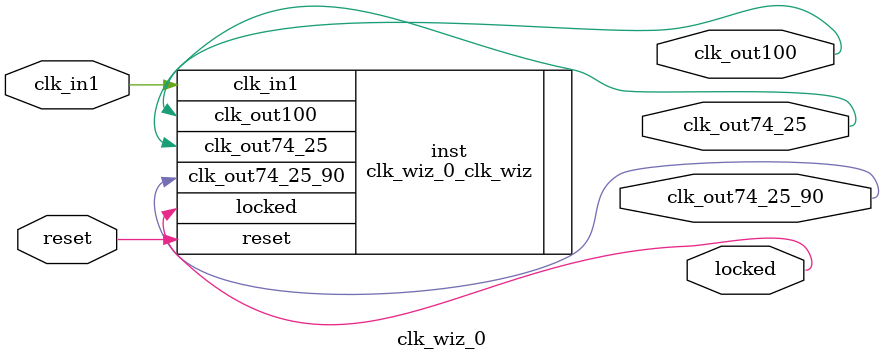
<source format=v>


`timescale 1ps/1ps

(* CORE_GENERATION_INFO = "clk_wiz_0,clk_wiz_v6_0_5_0_0,{component_name=clk_wiz_0,use_phase_alignment=true,use_min_o_jitter=false,use_max_i_jitter=false,use_dyn_phase_shift=false,use_inclk_switchover=false,use_dyn_reconfig=false,enable_axi=0,feedback_source=FDBK_AUTO,PRIMITIVE=MMCM,num_out_clk=3,clkin1_period=10.000,clkin2_period=10.000,use_power_down=false,use_reset=true,use_locked=true,use_inclk_stopped=false,feedback_type=SINGLE,CLOCK_MGR_TYPE=NA,manual_override=false}" *)

module clk_wiz_0 
 (
  // Clock out ports
  output        clk_out74_25,
  output        clk_out74_25_90,
  output        clk_out100,
  // Status and control signals
  input         reset,
  output        locked,
 // Clock in ports
  input         clk_in1
 );

  clk_wiz_0_clk_wiz inst
  (
  // Clock out ports  
  .clk_out74_25(clk_out74_25),
  .clk_out74_25_90(clk_out74_25_90),
  .clk_out100(clk_out100),
  // Status and control signals               
  .reset(reset), 
  .locked(locked),
 // Clock in ports
  .clk_in1(clk_in1)
  );

endmodule

</source>
